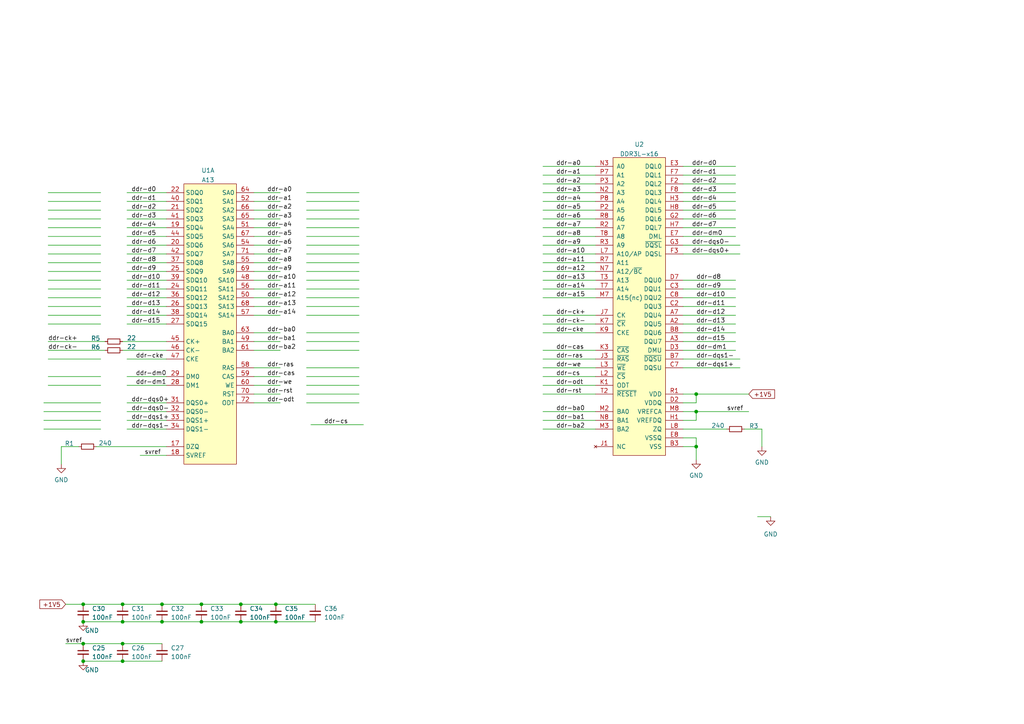
<source format=kicad_sch>
(kicad_sch (version 20210621) (generator eeschema)
  (paper "A4")
  (lib_symbols
    (symbol "Device:C_Small" (pin_numbers hide) (pin_names (offset 0.254) hide)
      (property "Reference" "C" (at 0.254 1.778 0))
      (property "Value" "C_Small" (at 0.254 -2.032 0))
      (symbol "C_Small_0_1"
        (polyline (pts (xy -1.524 -0.508) (xy 1.524 -0.508)) (stroke (width 0.3302)))
        (polyline (pts (xy -1.524 0.508) (xy 1.524 0.508)) (stroke (width 0.3048)))
      )
      (symbol "C_Small_1_1"
        (pin passive line (at 0 2.54 270) (length 2.032) (name "~") (number "1"))
        (pin passive line (at 0 -2.54 90) (length 2.032) (name "~") (number "2"))
      )
    )
    (symbol "Device:R_Small" (pin_numbers hide) (pin_names (offset 0.254) hide)
      (property "Reference" "R" (at 0.762 0.508 0))
      (property "Value" "R_Small" (at 0.762 -1.016 0))
      (symbol "R_Small_0_1"
        (rectangle (start -0.762 1.778) (end 0.762 -1.778) (stroke (width 0.2032)))
      )
      (symbol "R_Small_1_1"
        (pin passive line (at 0 2.54 270) (length 0.762) (name "~") (number "1"))
        (pin passive line (at 0 -2.54 90) (length 0.762) (name "~") (number "2"))
      )
    )
    (symbol "allwinner:A13"
      (property "Reference" "U" (at -1.27 6.35 0))
      (property "Value" "A13" (at 0 3.81 0))
      (symbol "A13_1_0"
        (pin passive line (at -12.7 -12.7 0) (length 5.08) (name "SDQ4") (number "19"))
        (pin passive line (at -12.7 -17.78 0) (length 5.08) (name "SDQ6") (number "20"))
        (pin passive line (at -12.7 -7.62 0) (length 5.08) (name "SDQ2") (number "21"))
        (pin passive line (at -12.7 -2.54 0) (length 5.08) (name "SDQ0") (number "22"))
        (pin passive line (at -12.7 -30.48 0) (length 5.08) (name "SDQ11") (number "24"))
        (pin passive line (at -12.7 -25.4 0) (length 5.08) (name "SDQ9") (number "25"))
        (pin passive line (at -12.7 -35.56 0) (length 5.08) (name "SDQ13") (number "26"))
        (pin passive line (at -12.7 -40.64 0) (length 5.08) (name "SDQ15") (number "27"))
        (pin passive line (at -12.7 -33.02 0) (length 5.08) (name "SDQ12") (number "36"))
        (pin passive line (at -12.7 -22.86 0) (length 5.08) (name "SDQ8") (number "37"))
        (pin passive line (at -12.7 -38.1 0) (length 5.08) (name "SDQ14") (number "38"))
        (pin passive line (at -12.7 -27.94 0) (length 5.08) (name "SDQ10") (number "39"))
        (pin passive line (at -12.7 -5.08 0) (length 5.08) (name "SDQ1") (number "40"))
        (pin passive line (at -12.7 -10.16 0) (length 5.08) (name "SDQ3") (number "41"))
        (pin passive line (at -12.7 -20.32 0) (length 5.08) (name "SDQ7") (number "42"))
        (pin passive line (at -12.7 -15.24 0) (length 5.08) (name "SDQ5") (number "44"))
        (pin passive line (at 12.7 -27.94 180) (length 5.08) (name "SA10") (number "48"))
        (pin passive line (at 12.7 -45.72 180) (length 5.08) (name "BA1") (number "49"))
        (pin passive line (at 12.7 -33.02 180) (length 5.08) (name "SA12") (number "50"))
        (pin passive line (at 12.7 -12.7 180) (length 5.08) (name "SA4") (number "51"))
        (pin passive line (at 12.7 -5.08 180) (length 5.08) (name "SA1") (number "52"))
        (pin passive line (at 12.7 -17.78 180) (length 5.08) (name "SA6") (number "54"))
        (pin passive line (at 12.7 -22.86 180) (length 5.08) (name "SA8") (number "55"))
        (pin passive line (at 12.7 -30.48 180) (length 5.08) (name "SA11") (number "56"))
        (pin passive line (at 12.7 -38.1 180) (length 5.08) (name "SA14") (number "57"))
        (pin passive line (at 12.7 -53.34 180) (length 5.08) (name "RAS") (number "58"))
        (pin passive line (at 12.7 -55.88 180) (length 5.08) (name "CAS") (number "59"))
        (pin passive line (at 12.7 -58.42 180) (length 5.08) (name "WE") (number "60"))
        (pin passive line (at 12.7 -48.26 180) (length 5.08) (name "BA2") (number "61"))
        (pin passive line (at 12.7 -43.18 180) (length 5.08) (name "BA0") (number "63"))
        (pin passive line (at 12.7 -2.54 180) (length 5.08) (name "SA0") (number "64"))
        (pin passive line (at 12.7 -10.16 180) (length 5.08) (name "SA3") (number "65"))
        (pin passive line (at 12.7 -7.62 180) (length 5.08) (name "SA2") (number "66"))
        (pin passive line (at 12.7 -15.24 180) (length 5.08) (name "SA5") (number "67"))
        (pin passive line (at 12.7 -35.56 180) (length 5.08) (name "SA13") (number "68"))
        (pin passive line (at 12.7 -25.4 180) (length 5.08) (name "SA9") (number "69"))
        (pin passive line (at 12.7 -60.96 180) (length 5.08) (name "RST") (number "70"))
        (pin passive line (at 12.7 -20.32 180) (length 5.08) (name "SA7") (number "71"))
        (pin passive line (at 12.7 -63.5 180) (length 5.08) (name "ODT") (number "72"))
      )
      (symbol "A13_1_1"
        (rectangle (start -7.62 0) (end 7.62 -81.28) (stroke (width 0.1524)) (fill (type background)))
        (pin passive line (at -12.7 -76.2 0) (length 5.08) (name "DZQ") (number "17"))
        (pin passive line (at -12.7 -78.74 0) (length 5.08) (name "SVREF") (number "18"))
        (pin passive line (at -12.7 -58.42 0) (length 5.08) (name "DM1") (number "28"))
        (pin passive line (at -12.7 -55.88 0) (length 5.08) (name "DM0") (number "29"))
        (pin passive line (at -12.7 -63.5 0) (length 5.08) (name "DQS0+") (number "31"))
        (pin passive line (at -12.7 -66.04 0) (length 5.08) (name "DQS0-") (number "32"))
        (pin passive line (at -12.7 -68.58 0) (length 5.08) (name "DQS1+") (number "33"))
        (pin passive line (at -12.7 -71.12 0) (length 5.08) (name "DQS1-") (number "34"))
        (pin passive line (at -12.7 -45.72 0) (length 5.08) (name "CK+") (number "45"))
        (pin passive line (at -12.7 -48.26 0) (length 5.08) (name "CK-") (number "46"))
        (pin passive line (at -12.7 -50.8 0) (length 5.08) (name "CKE") (number "47"))
      )
      (symbol "A13_2_0"
        (pin passive line (at -8.89 -13.97 0) (length 5.08) (name "PB10") (number "10"))
        (pin passive line (at -8.89 -1.27 0) (length 5.08) (name "PB0") (number "101"))
        (pin passive line (at -8.89 -3.81 0) (length 5.08) (name "PB1") (number "102"))
        (pin passive line (at -8.89 -6.35 0) (length 5.08) (name "PB2") (number "103"))
        (pin passive line (at -8.89 -11.43 0) (length 5.08) (name "PB4") (number "104"))
        (pin passive line (at -8.89 -16.51 0) (length 5.08) (name "PB15") (number "105"))
        (pin passive line (at -8.89 -19.05 0) (length 5.08) (name "PB16") (number "106"))
        (pin passive line (at -8.89 -8.89 0) (length 5.08) (name "PB3") (number "150"))
        (pin passive line (at -8.89 -24.13 0) (length 5.08) (name "PB18") (number "160"))
        (pin passive line (at -8.89 -21.59 0) (length 5.08) (name "PB17") (number "161"))
      )
      (symbol "A13_2_1"
        (rectangle (start -3.81 1.27) (end 2.54 -26.67) (stroke (width 0.1524)) (fill (type background)))
      )
      (symbol "A13_3_0"
        (pin passive line (at -8.89 -13.97 0) (length 5.08) (name "PC5") (number "1"))
        (pin passive line (at -8.89 -41.91 0) (length 5.08) (name "PC19") (number "162"))
        (pin passive line (at -8.89 -39.37 0) (length 5.08) (name "PC15") (number "165"))
        (pin passive line (at -8.89 -36.83 0) (length 5.08) (name "PC14") (number "166"))
        (pin passive line (at -8.89 -34.29 0) (length 5.08) (name "PC13") (number "167"))
        (pin passive line (at -8.89 -31.75 0) (length 5.08) (name "PC12") (number "168"))
        (pin passive line (at -8.89 -29.21 0) (length 5.08) (name "PC11") (number "170"))
        (pin passive line (at -8.89 -26.67 0) (length 5.08) (name "PC10") (number "171"))
        (pin passive line (at -8.89 -24.13 0) (length 5.08) (name "PC9") (number "172"))
        (pin passive line (at -8.89 -21.59 0) (length 5.08) (name "PC8") (number "174"))
        (pin passive line (at -8.89 -19.05 0) (length 5.08) (name "PC7") (number "175"))
        (pin passive line (at -8.89 -16.51 0) (length 5.08) (name "PC6") (number "176"))
        (pin passive line (at -8.89 -11.43 0) (length 5.08) (name "PC4") (number "2"))
        (pin passive line (at -8.89 -8.89 0) (length 5.08) (name "PC3") (number "3"))
        (pin passive line (at -8.89 -6.35 0) (length 5.08) (name "PC2") (number "6"))
        (pin passive line (at -8.89 -3.81 0) (length 5.08) (name "PC1") (number "7"))
        (pin passive line (at -8.89 -1.27 0) (length 5.08) (name "PC0") (number "8"))
      )
      (symbol "A13_3_1"
        (rectangle (start -3.81 1.27) (end 3.81 -44.45) (stroke (width 0.1524)) (fill (type background)))
      )
      (symbol "A13_4_0"
        (pin passive line (at -8.89 -71.12 0) (length 5.08) (name "PD27") (number "126"))
        (pin passive line (at -8.89 -68.58 0) (length 5.08) (name "PD26") (number "127"))
        (pin passive line (at -8.89 -66.04 0) (length 5.08) (name "PD25") (number "128"))
        (pin passive line (at -8.89 -63.5 0) (length 5.08) (name "PD24") (number "129"))
        (pin passive line (at -8.89 -60.96 0) (length 5.08) (name "PD23") (number "130"))
        (pin passive line (at -8.89 -58.42 0) (length 5.08) (name "PD22") (number "131"))
        (pin passive line (at -8.89 -55.88 0) (length 5.08) (name "PD21") (number "132"))
        (pin passive line (at -8.89 -53.34 0) (length 5.08) (name "PD20") (number "133"))
        (pin passive line (at -8.89 -50.8 0) (length 5.08) (name "PD19") (number "134"))
        (pin passive line (at -8.89 -48.26 0) (length 5.08) (name "PD18") (number "135"))
        (pin passive line (at -8.89 -40.64 0) (length 5.08) (name "PD15") (number "136"))
        (pin passive line (at -8.89 -38.1 0) (length 5.08) (name "PD14") (number "137"))
        (pin passive line (at -8.89 -35.56 0) (length 5.08) (name "PD13") (number "138"))
        (pin passive line (at -8.89 -33.02 0) (length 5.08) (name "PD12") (number "139"))
        (pin passive line (at -8.89 -30.48 0) (length 5.08) (name "PD11") (number "140"))
        (pin passive line (at -8.89 -27.94 0) (length 5.08) (name "PD10") (number "141"))
        (pin passive line (at -8.89 -20.32 0) (length 5.08) (name "PD7") (number "143"))
        (pin passive line (at -8.89 -17.78 0) (length 5.08) (name "PD6") (number "144"))
        (pin passive line (at -8.89 -15.24 0) (length 5.08) (name "PD5") (number "145"))
        (pin passive line (at -8.89 -12.7 0) (length 5.08) (name "PD4") (number "146"))
        (pin passive line (at -8.89 -10.16 0) (length 5.08) (name "PD3") (number "147"))
        (pin passive line (at -8.89 -7.62 0) (length 5.08) (name "PD2") (number "148"))
      )
      (symbol "A13_4_1"
        (rectangle (start -3.81 0) (end 3.81 -73.66) (stroke (width 0.1524)) (fill (type background)))
      )
      (symbol "A13_5_0"
        (pin passive line (at -8.89 -2.54 0) (length 5.08) (name "PE0") (number "114"))
        (pin passive line (at -8.89 -5.08 0) (length 5.08) (name "PE1") (number "115"))
        (pin passive line (at -8.89 -7.62 0) (length 5.08) (name "PE2") (number "116"))
        (pin passive line (at -8.89 -10.16 0) (length 5.08) (name "PE3") (number "117"))
        (pin passive line (at -8.89 -12.7 0) (length 5.08) (name "PE4") (number "118"))
        (pin passive line (at -8.89 -15.24 0) (length 5.08) (name "PE5") (number "119"))
        (pin passive line (at -8.89 -17.78 0) (length 5.08) (name "PE6") (number "120"))
        (pin passive line (at -8.89 -20.32 0) (length 5.08) (name "PE7") (number "121"))
        (pin passive line (at -8.89 -22.86 0) (length 5.08) (name "PE8") (number "122"))
        (pin passive line (at -8.89 -25.4 0) (length 5.08) (name "PE9") (number "123"))
        (pin passive line (at -8.89 -27.94 0) (length 5.08) (name "PE10") (number "124"))
        (pin passive line (at -8.89 -30.48 0) (length 5.08) (name "PE11") (number "125"))
      )
      (symbol "A13_5_1"
        (rectangle (start -3.81 0) (end 3.81 -33.02) (stroke (width 0.1524)) (fill (type background)))
      )
      (symbol "A13_6_0"
        (pin passive line (at -7.62 -2.54 0) (length 5.08) (name "PF0") (number "107"))
        (pin passive line (at -7.62 -5.08 0) (length 5.08) (name "PF1") (number "108"))
        (pin passive line (at -7.62 -7.62 0) (length 5.08) (name "PF2") (number "110"))
        (pin passive line (at -7.62 -10.16 0) (length 5.08) (name "PF3") (number "111"))
        (pin passive line (at -7.62 -12.7 0) (length 5.08) (name "PF4") (number "112"))
        (pin passive line (at -7.62 -15.24 0) (length 5.08) (name "PF5") (number "113"))
      )
      (symbol "A13_6_1"
        (rectangle (start -2.54 0) (end 3.81 -17.78) (stroke (width 0.1524)) (fill (type background)))
      )
      (symbol "A13_7_0"
        (pin passive line (at -8.89 -25.4 0) (length 5.08) (name "PG9") (number "12"))
        (pin passive line (at -8.89 -27.94 0) (length 5.08) (name "PG10") (number "13"))
        (pin passive line (at -8.89 -30.48 0) (length 5.08) (name "PG11") (number "14"))
        (pin passive line (at -8.89 -12.7 0) (length 5.08) (name "PG4") (number "151"))
        (pin passive line (at -8.89 -10.16 0) (length 5.08) (name "PG3") (number "152"))
        (pin passive line (at -8.89 -7.62 0) (length 5.08) (name "PG2") (number "153"))
        (pin passive line (at -8.89 -5.08 0) (length 5.08) (name "PG1") (number "154"))
        (pin passive line (at -8.89 -2.54 0) (length 5.08) (name "PG0") (number "155"))
      )
      (symbol "A13_7_1"
        (rectangle (start -3.81 0) (end 3.81 -35.56) (stroke (width 0.1524)) (fill (type background)))
        (pin passive line (at -8.89 -33.02 0) (length 5.08) (name "PG12") (number "15"))
      )
      (symbol "A13_8_0"
        (pin passive line (at -11.43 -96.52 0) (length 5.08) (name "GND") (number "177"))
        (pin passive line (at -11.43 -10.16 0) (length 5.08) (name "HPOUTL") (number "74"))
        (pin passive line (at -11.43 -12.7 0) (length 5.08) (name "HPBP") (number "75"))
        (pin passive line (at -11.43 -15.24 0) (length 5.08) (name "HPCOM") (number "77"))
        (pin passive line (at -11.43 -17.78 0) (length 5.08) (name "HPOUTR") (number "78"))
        (pin passive line (at -11.43 -20.32 0) (length 5.08) (name "MICIN1") (number "84"))
        (pin passive line (at -11.43 -22.86 0) (length 5.08) (name "LRADC") (number "86"))
        (pin passive line (at -11.43 -38.1 0) (length 5.08) (name "TPX2") (number "87"))
        (pin passive line (at -11.43 -40.64 0) (length 5.08) (name "TPY2") (number "88"))
        (pin passive line (at -11.43 -43.18 0) (length 5.08) (name "TPX1") (number "89"))
        (pin passive line (at -11.43 -45.72 0) (length 5.08) (name "TPY1") (number "90"))
        (pin passive line (at -11.43 -50.8 0) (length 5.08) (name "UDM0") (number "93"))
        (pin passive line (at -11.43 -53.34 0) (length 5.08) (name "UDP0") (number "94"))
        (pin passive line (at -11.43 -55.88 0) (length 5.08) (name "UDM1") (number "95"))
        (pin passive line (at -11.43 -58.42 0) (length 5.08) (name "UDP1") (number "96"))
        (pin no_connect line (at -11.43 -83.82 0) (length 5.08) (name "NC") (number "99"))
      )
      (symbol "A13_8_1"
        (rectangle (start -6.35 0) (end 5.08 -99.06) (stroke (width 0.1524)) (fill (type background)))
        (pin passive line (at -11.43 -86.36 0) (length 5.08) hide (name "IOVCC") (number "100"))
        (pin passive line (at -11.43 -91.44 0) (length 5.08) hide (name "VDD_INT") (number "109"))
        (pin passive line (at -11.43 -88.9 0) (length 5.08) hide (name "VDD_CPU") (number "11"))
        (pin passive line (at -11.43 -86.36 0) (length 5.08) hide (name "IOVCC") (number "142"))
        (pin passive line (at -11.43 -91.44 0) (length 5.08) hide (name "VDD_INT") (number "149"))
        (pin passive line (at -11.43 -88.9 0) (length 5.08) hide (name "VDD_CPU") (number "156"))
        (pin passive line (at -11.43 -76.2 0) (length 5.08) (name "UBOOT") (number "157"))
        (pin passive line (at -11.43 -73.66 0) (length 5.08) (name "NMI_N") (number "158"))
        (pin passive line (at -11.43 -71.12 0) (length 5.08) (name "RESET_N") (number "159"))
        (pin passive line (at -11.43 -88.9 0) (length 5.08) hide (name "VDD_CPU") (number "16"))
        (pin passive line (at -11.43 -86.36 0) (length 5.08) hide (name "IOVCC") (number "163"))
        (pin passive line (at -11.43 -88.9 0) (length 5.08) hide (name "VDD_CPU") (number "164"))
        (pin passive line (at -11.43 -88.9 0) (length 5.08) (name "VDD_CPU") (number "169"))
        (pin passive line (at -11.43 -88.9 0) (length 5.08) hide (name "VDD_CPU") (number "173"))
        (pin passive line (at -11.43 -93.98 0) (length 5.08) (name "VCC_DRAM") (number "23"))
        (pin passive line (at -11.43 -93.98 0) (length 5.08) hide (name "VCC_DRAM") (number "30"))
        (pin passive line (at -11.43 -91.44 0) (length 5.08) (name "VDD_INT") (number "35"))
        (pin passive line (at -11.43 -88.9 0) (length 5.08) hide (name "VDD_CPU") (number "4"))
        (pin passive line (at -11.43 -93.98 0) (length 5.08) hide (name "VCC_DRAM") (number "43"))
        (pin passive line (at -11.43 -86.36 0) (length 5.08) (name "IOVCC") (number "5"))
        (pin passive line (at -11.43 -93.98 0) (length 5.08) hide (name "VCC_DRAM") (number "53"))
        (pin passive line (at -11.43 -93.98 0) (length 5.08) hide (name "VCC_DRAM") (number "62"))
        (pin passive line (at -11.43 -91.44 0) (length 5.08) hide (name "VDD_INT") (number "73"))
        (pin passive line (at -11.43 -5.08 0) (length 5.08) (name "V33_HP") (number "76"))
        (pin passive line (at -11.43 -33.02 0) (length 5.08) (name "AGND") (number "79"))
        (pin passive line (at -11.43 -25.4 0) (length 5.08) (name "VRP") (number "80"))
        (pin passive line (at -11.43 -7.62 0) (length 5.08) (name "AVCC") (number "81"))
        (pin passive line (at -11.43 -30.48 0) (length 5.08) (name "VRA2") (number "82"))
        (pin passive line (at -11.43 -27.94 0) (length 5.08) (name "VRA1") (number "83"))
        (pin passive line (at -11.43 -2.54 0) (length 5.08) (name "VMIC") (number "85"))
        (pin passive line (at -11.43 -88.9 0) (length 5.08) hide (name "VDD_CPU") (number "9"))
        (pin passive line (at -11.43 -66.04 0) (length 5.08) (name "X24MOUT") (number "91"))
        (pin passive line (at -11.43 -63.5 0) (length 5.08) (name "X24MIN") (number "92"))
        (pin passive line (at -11.43 -81.28 0) (length 5.08) (name "UVCC") (number "97"))
        (pin passive line (at -11.43 -91.44 0) (length 5.08) hide (name "VDD_INT") (number "98"))
      )
    )
    (symbol "power:GND" (power) (pin_names (offset 0))
      (property "Value" "GND" (at 0 -3.81 0))
      (symbol "GND_0_1"
        (polyline (pts (xy 0 0) (xy 0 -1.27) (xy 1.27 -1.27) (xy 0 -2.54) (xy -1.27 -1.27) (xy 0 -1.27)))
      )
      (symbol "GND_1_1"
        (pin power_in line (at 0 0 270) (length 0) hide (name "GND") (number "1"))
      )
    )
    (symbol "winbond:DDR3L-x16" (pin_names (offset 1.016))
      (property "Reference" "U" (at -8.89 50.8 0))
      (property "Value" "DDR3L-x16" (at 6.35 50.8 0))
      (symbol "DDR3L-x16_0_1"
        (rectangle (start -7.62 49.53) (end 7.62 -36.83) (fill (type background)))
      )
      (symbol "DDR3L-x16_1_1"
        (pin power_in line (at 12.7 -21.59 180) (length 5.08) hide (name "VDDQ") (number "A1"))
        (pin passive line (at 12.7 1.27 180) (length 5.08) (name "DQU5") (number "A2"))
        (pin passive line (at 12.7 -3.81 180) (length 5.08) (name "DQU7") (number "A3"))
        (pin passive line (at 12.7 3.81 180) (length 5.08) (name "DQU4") (number "A7"))
        (pin power_in line (at 12.7 -21.59 180) (length 5.08) hide (name "VDDQ") (number "A8"))
        (pin power_in line (at 12.7 -34.29 180) (length 5.08) hide (name "VSS") (number "A9"))
        (pin power_in line (at 12.7 -31.75 180) (length 5.08) hide (name "VSSQ") (number "B1"))
        (pin power_in line (at 12.7 -19.05 180) (length 5.08) hide (name "VDD") (number "B2"))
        (pin power_in line (at 12.7 -34.29 180) (length 5.08) (name "VSS") (number "B3"))
        (pin passive line (at 12.7 -8.89 180) (length 5.08) (name "~{DQSU}") (number "B7"))
        (pin passive line (at 12.7 -1.27 180) (length 5.08) (name "DQU6") (number "B8"))
        (pin power_in line (at 12.7 -31.75 180) (length 5.08) hide (name "VSSQ") (number "B9"))
        (pin power_in line (at 12.7 -21.59 180) (length 5.08) hide (name "VDDQ") (number "C1"))
        (pin passive line (at 12.7 6.35 180) (length 5.08) (name "DQU3") (number "C2"))
        (pin passive line (at 12.7 11.43 180) (length 5.08) (name "DQU1") (number "C3"))
        (pin passive line (at 12.7 -11.43 180) (length 5.08) (name "DQSU") (number "C7"))
        (pin passive line (at 12.7 8.89 180) (length 5.08) (name "DQU2") (number "C8"))
        (pin power_in line (at 12.7 -21.59 180) (length 5.08) hide (name "VDDQ") (number "C9"))
        (pin power_in line (at 12.7 -31.75 180) (length 5.08) hide (name "VSSQ") (number "D1"))
        (pin power_in line (at 12.7 -21.59 180) (length 5.08) (name "VDDQ") (number "D2"))
        (pin passive line (at 12.7 -6.35 180) (length 5.08) (name "DMU") (number "D3"))
        (pin passive line (at 12.7 13.97 180) (length 5.08) (name "DQU0") (number "D7"))
        (pin power_in line (at 12.7 -31.75 180) (length 5.08) hide (name "VSSQ") (number "D8"))
        (pin power_in line (at 12.7 -19.05 180) (length 5.08) hide (name "VDD") (number "D9"))
        (pin power_in line (at 12.7 -34.29 180) (length 5.08) hide (name "VSS") (number "E1"))
        (pin power_in line (at 12.7 -31.75 180) (length 5.08) hide (name "VSSQ") (number "E2"))
        (pin passive line (at 12.7 46.99 180) (length 5.08) (name "DQL0") (number "E3"))
        (pin passive line (at 12.7 26.67 180) (length 5.08) (name "DML") (number "E7"))
        (pin power_in line (at 12.7 -31.75 180) (length 5.08) (name "VSSQ") (number "E8"))
        (pin power_in line (at 12.7 -21.59 180) (length 5.08) hide (name "VDDQ") (number "E9"))
        (pin power_in line (at 12.7 -21.59 180) (length 5.08) hide (name "VDDQ") (number "F1"))
        (pin passive line (at 12.7 41.91 180) (length 5.08) (name "DQL2") (number "F2"))
        (pin passive line (at 12.7 21.59 180) (length 5.08) (name "DQSL") (number "F3"))
        (pin passive line (at 12.7 44.45 180) (length 5.08) (name "DQL1") (number "F7"))
        (pin passive line (at 12.7 39.37 180) (length 5.08) (name "DQL3") (number "F8"))
        (pin power_in line (at 12.7 -31.75 180) (length 5.08) hide (name "VSSQ") (number "F9"))
        (pin power_in line (at 12.7 -31.75 180) (length 5.08) hide (name "VSSQ") (number "G1"))
        (pin passive line (at 12.7 31.75 180) (length 5.08) (name "DQL6") (number "G2"))
        (pin passive line (at 12.7 24.13 180) (length 5.08) (name "~{DQSL}") (number "G3"))
        (pin power_in line (at 12.7 -19.05 180) (length 5.08) hide (name "VDD") (number "G7"))
        (pin power_in line (at 12.7 -34.29 180) (length 5.08) hide (name "VSS") (number "G8"))
        (pin power_in line (at 12.7 -31.75 180) (length 5.08) hide (name "VSSQ") (number "G9"))
        (pin power_in line (at 12.7 -26.67 180) (length 5.08) (name "VREFDQ") (number "H1"))
        (pin power_in line (at 12.7 -21.59 180) (length 5.08) hide (name "VDDQ") (number "H2"))
        (pin passive line (at 12.7 36.83 180) (length 5.08) (name "DQL4") (number "H3"))
        (pin passive line (at 12.7 29.21 180) (length 5.08) (name "DQL7") (number "H7"))
        (pin passive line (at 12.7 34.29 180) (length 5.08) (name "DQL5") (number "H8"))
        (pin power_in line (at 12.7 -21.59 180) (length 5.08) hide (name "VDDQ") (number "H9"))
        (pin no_connect line (at -12.7 -34.29 0) (length 5.08) (name "NC") (number "J1"))
        (pin power_in line (at 12.7 -34.29 180) (length 5.08) hide (name "VSS") (number "J2"))
        (pin passive line (at -12.7 -8.89 0) (length 5.08) (name "~{RAS}") (number "J3"))
        (pin passive line (at -12.7 3.81 0) (length 5.08) (name "CK") (number "J7"))
        (pin power_in line (at 12.7 -34.29 180) (length 5.08) hide (name "VSS") (number "J8"))
        (pin no_connect line (at -12.7 -34.29 0) (length 5.08) hide (name "NC") (number "J9"))
        (pin passive line (at -12.7 -16.51 0) (length 5.08) (name "ODT") (number "K1"))
        (pin power_in line (at 12.7 -19.05 180) (length 5.08) hide (name "VDD") (number "K2"))
        (pin passive line (at -12.7 -6.35 0) (length 5.08) (name "~{CAS}") (number "K3"))
        (pin passive line (at -12.7 1.27 0) (length 5.08) (name "~{CK}") (number "K7"))
        (pin power_in line (at 12.7 -19.05 180) (length 5.08) hide (name "VDD") (number "K8"))
        (pin passive line (at -12.7 -1.27 0) (length 5.08) (name "CKE") (number "K9"))
        (pin no_connect line (at -12.7 -34.29 0) (length 5.08) hide (name "NC") (number "L1"))
        (pin passive line (at -12.7 -13.97 0) (length 5.08) (name "~{CS}") (number "L2"))
        (pin passive line (at -12.7 -11.43 0) (length 5.08) (name "~{WE}") (number "L3"))
        (pin passive line (at -12.7 21.59 0) (length 5.08) (name "A10/AP") (number "L7"))
        (pin passive line (at 12.7 -29.21 180) (length 5.08) (name "ZQ") (number "L8"))
        (pin no_connect line (at -12.7 -34.29 0) (length 5.08) hide (name "NC") (number "L9"))
        (pin power_in line (at 12.7 -34.29 180) (length 5.08) hide (name "VSS") (number "M1"))
        (pin passive line (at -12.7 -24.13 0) (length 5.08) (name "BA0") (number "M2"))
        (pin passive line (at -12.7 -29.21 0) (length 5.08) (name "BA2") (number "M3"))
        (pin passive line (at -12.7 8.89 0) (length 5.08) (name "A15(nc)") (number "M7"))
        (pin power_in line (at 12.7 -24.13 180) (length 5.08) (name "VREFCA") (number "M8"))
        (pin power_in line (at 12.7 -34.29 180) (length 5.08) hide (name "VSS") (number "M9"))
        (pin power_in line (at 12.7 -19.05 180) (length 5.08) hide (name "VDD") (number "N1"))
        (pin passive line (at -12.7 39.37 0) (length 5.08) (name "A3") (number "N2"))
        (pin passive line (at -12.7 46.99 0) (length 5.08) (name "A0") (number "N3"))
        (pin passive line (at -12.7 16.51 0) (length 5.08) (name "A12/~{BC}") (number "N7"))
        (pin passive line (at -12.7 -26.67 0) (length 5.08) (name "BA1") (number "N8"))
        (pin power_in line (at 12.7 -19.05 180) (length 5.08) hide (name "VDD") (number "N9"))
        (pin power_in line (at 12.7 -34.29 180) (length 5.08) hide (name "VSS") (number "P1"))
        (pin passive line (at -12.7 34.29 0) (length 5.08) (name "A5") (number "P2"))
        (pin passive line (at -12.7 41.91 0) (length 5.08) (name "A2") (number "P3"))
        (pin passive line (at -12.7 44.45 0) (length 5.08) (name "A1") (number "P7"))
        (pin passive line (at -12.7 36.83 0) (length 5.08) (name "A4") (number "P8"))
        (pin power_in line (at 12.7 -34.29 180) (length 5.08) hide (name "VSS") (number "P9"))
        (pin power_in line (at 12.7 -19.05 180) (length 5.08) (name "VDD") (number "R1"))
        (pin passive line (at -12.7 29.21 0) (length 5.08) (name "A7") (number "R2"))
        (pin power_in line (at -12.7 24.13 0) (length 5.08) (name "A9") (number "R3"))
        (pin power_in line (at -12.7 19.05 0) (length 5.08) (name "A11") (number "R7"))
        (pin power_in line (at -12.7 31.75 0) (length 5.08) (name "A6") (number "R8"))
        (pin power_in line (at 12.7 -19.05 180) (length 5.08) hide (name "VDD") (number "R9"))
        (pin power_in line (at 12.7 -34.29 180) (length 5.08) hide (name "VSS") (number "T1"))
        (pin power_in line (at -12.7 -19.05 0) (length 5.08) (name "~{RESET}") (number "T2"))
        (pin power_in line (at -12.7 13.97 0) (length 5.08) (name "A13") (number "T3"))
        (pin power_in line (at -12.7 11.43 0) (length 5.08) (name "A14") (number "T7"))
        (pin power_in line (at -12.7 26.67 0) (length 5.08) (name "A8") (number "T8"))
        (pin power_in line (at 12.7 -34.29 180) (length 5.08) hide (name "VSS") (number "T9"))
      )
    )
  )
  (junction (at 58.42 180.34) (diameter 0.9144))
  (junction (at 46.99 180.34) (diameter 0.9144))
  (junction (at 201.93 114.3))
  (junction (at 35.56 186.69) (diameter 0.9144))
  (junction (at 58.42 175.26) (diameter 0.9144))
  (junction (at 69.85 180.34) (diameter 0.9144))
  (junction (at 35.56 175.26) (diameter 0.9144))
  (junction (at 80.01 180.34) (diameter 0.9144))
  (junction (at 24.13 191.77) (diameter 0.9144))
  (junction (at 201.93 129.54))
  (junction (at 24.13 175.26) (diameter 0.9144))
  (junction (at 24.13 180.34) (diameter 0.9144))
  (junction (at 35.56 180.34) (diameter 0.9144))
  (junction (at 201.93 119.38))
  (junction (at 46.99 175.26) (diameter 0.9144))
  (junction (at 24.13 186.69) (diameter 0.9144))
  (junction (at 35.56 191.77) (diameter 0.9144))
  (junction (at 69.85 175.26) (diameter 0.9144))
  (junction (at 80.01 175.26) (diameter 0.9144))
  (wire (pts (xy 13.97 93.98) (xy 29.21 93.98)))
  (wire (pts (xy 157.48 124.46) (xy 172.72 124.46)))
  (wire (pts (xy 157.48 121.92) (xy 172.72 121.92)))
  (wire (pts (xy 198.12 48.26) (xy 213.36 48.26)))
  (wire (pts (xy 36.83 121.92) (xy 48.26 121.92)))
  (wire (pts (xy 73.66 76.2) (xy 81.28 76.2)))
  (wire (pts (xy 35.56 99.06) (xy 48.26 99.06)))
  (wire (pts (xy 157.48 111.76) (xy 172.72 111.76)))
  (wire (pts (xy 36.83 60.96) (xy 48.26 60.96)))
  (wire (pts (xy 88.9 81.28) (xy 104.14 81.28)))
  (wire (pts (xy 198.12 116.84) (xy 201.93 116.84)))
  (wire (pts (xy 201.93 116.84) (xy 201.93 114.3)))
  (wire (pts (xy 88.9 101.6) (xy 104.14 101.6)))
  (wire (pts (xy 198.12 93.98) (xy 213.36 93.98)))
  (wire (pts (xy 69.85 180.34) (xy 80.01 180.34)))
  (wire (pts (xy 80.01 180.34) (xy 91.44 180.34)))
  (wire (pts (xy 88.9 71.12) (xy 104.14 71.12)))
  (wire (pts (xy 73.66 91.44) (xy 81.28 91.44)))
  (wire (pts (xy 157.48 109.22) (xy 172.72 109.22)))
  (wire (pts (xy 13.97 111.76) (xy 29.21 111.76)))
  (wire (pts (xy 36.83 58.42) (xy 48.26 58.42)))
  (wire (pts (xy 36.83 116.84) (xy 48.26 116.84)))
  (wire (pts (xy 88.9 111.76) (xy 104.14 111.76)))
  (wire (pts (xy 157.48 68.58) (xy 172.72 68.58)))
  (wire (pts (xy 13.97 55.88) (xy 29.21 55.88)))
  (wire (pts (xy 88.9 58.42) (xy 104.14 58.42)))
  (wire (pts (xy 198.12 68.58) (xy 213.36 68.58)))
  (wire (pts (xy 88.9 99.06) (xy 104.14 99.06)))
  (wire (pts (xy 157.48 73.66) (xy 172.72 73.66)))
  (wire (pts (xy 198.12 86.36) (xy 213.36 86.36)))
  (wire (pts (xy 13.97 73.66) (xy 29.21 73.66)))
  (wire (pts (xy 198.12 127) (xy 201.93 127)))
  (wire (pts (xy 201.93 127) (xy 201.93 129.54)))
  (wire (pts (xy 201.93 129.54) (xy 201.93 133.35)))
  (wire (pts (xy 73.66 83.82) (xy 81.28 83.82)))
  (wire (pts (xy 73.66 68.58) (xy 81.28 68.58)))
  (wire (pts (xy 36.83 55.88) (xy 48.26 55.88)))
  (wire (pts (xy 13.97 66.04) (xy 29.21 66.04)))
  (wire (pts (xy 88.9 68.58) (xy 104.14 68.58)))
  (wire (pts (xy 88.9 86.36) (xy 104.14 86.36)))
  (wire (pts (xy 36.83 111.76) (xy 48.26 111.76)))
  (wire (pts (xy 13.97 104.14) (xy 29.21 104.14)))
  (wire (pts (xy 157.48 119.38) (xy 172.72 119.38)))
  (wire (pts (xy 36.83 93.98) (xy 48.26 93.98)))
  (wire (pts (xy 219.71 149.86) (xy 223.52 149.86)))
  (wire (pts (xy 36.83 73.66) (xy 48.26 73.66)))
  (wire (pts (xy 157.48 48.26) (xy 172.72 48.26)))
  (wire (pts (xy 157.48 58.42) (xy 172.72 58.42)))
  (wire (pts (xy 88.9 60.96) (xy 104.14 60.96)))
  (wire (pts (xy 73.66 106.68) (xy 81.28 106.68)))
  (wire (pts (xy 13.97 60.96) (xy 29.21 60.96)))
  (wire (pts (xy 12.7 124.46) (xy 29.21 124.46)))
  (wire (pts (xy 36.83 66.04) (xy 48.26 66.04)))
  (wire (pts (xy 88.9 96.52) (xy 104.14 96.52)))
  (wire (pts (xy 220.98 124.46) (xy 220.98 129.54)))
  (wire (pts (xy 36.83 91.44) (xy 48.26 91.44)))
  (wire (pts (xy 13.97 78.74) (xy 29.21 78.74)))
  (wire (pts (xy 36.83 78.74) (xy 48.26 78.74)))
  (wire (pts (xy 36.83 88.9) (xy 48.26 88.9)))
  (wire (pts (xy 157.48 60.96) (xy 172.72 60.96)))
  (wire (pts (xy 13.97 99.06) (xy 30.48 99.06)))
  (wire (pts (xy 198.12 71.12) (xy 214.63 71.12)))
  (wire (pts (xy 88.9 76.2) (xy 104.14 76.2)))
  (wire (pts (xy 13.97 71.12) (xy 29.21 71.12)))
  (wire (pts (xy 157.48 96.52) (xy 172.72 96.52)))
  (wire (pts (xy 27.94 129.54) (xy 48.26 129.54)))
  (wire (pts (xy 198.12 60.96) (xy 213.36 60.96)))
  (wire (pts (xy 88.9 63.5) (xy 104.14 63.5)))
  (wire (pts (xy 13.97 88.9) (xy 29.21 88.9)))
  (wire (pts (xy 13.97 68.58) (xy 29.21 68.58)))
  (wire (pts (xy 157.48 50.8) (xy 172.72 50.8)))
  (wire (pts (xy 24.13 191.77) (xy 35.56 191.77)))
  (wire (pts (xy 35.56 191.77) (xy 46.99 191.77)))
  (wire (pts (xy 73.66 66.04) (xy 81.28 66.04)))
  (wire (pts (xy 157.48 66.04) (xy 172.72 66.04)))
  (wire (pts (xy 198.12 121.92) (xy 201.93 121.92)))
  (wire (pts (xy 201.93 121.92) (xy 201.93 119.38)))
  (wire (pts (xy 88.9 109.22) (xy 104.14 109.22)))
  (wire (pts (xy 73.66 78.74) (xy 81.28 78.74)))
  (wire (pts (xy 73.66 73.66) (xy 81.28 73.66)))
  (wire (pts (xy 198.12 106.68) (xy 214.63 106.68)))
  (wire (pts (xy 157.48 106.68) (xy 172.72 106.68)))
  (wire (pts (xy 73.66 63.5) (xy 81.28 63.5)))
  (wire (pts (xy 157.48 81.28) (xy 172.72 81.28)))
  (wire (pts (xy 198.12 53.34) (xy 213.36 53.34)))
  (wire (pts (xy 157.48 114.3) (xy 172.72 114.3)))
  (wire (pts (xy 157.48 78.74) (xy 172.72 78.74)))
  (wire (pts (xy 36.83 76.2) (xy 48.26 76.2)))
  (wire (pts (xy 215.9 124.46) (xy 220.98 124.46)))
  (wire (pts (xy 36.83 83.82) (xy 48.26 83.82)))
  (wire (pts (xy 73.66 109.22) (xy 81.28 109.22)))
  (wire (pts (xy 198.12 124.46) (xy 210.82 124.46)))
  (wire (pts (xy 88.9 91.44) (xy 104.14 91.44)))
  (wire (pts (xy 88.9 55.88) (xy 104.14 55.88)))
  (wire (pts (xy 73.66 71.12) (xy 81.28 71.12)))
  (wire (pts (xy 88.9 88.9) (xy 104.14 88.9)))
  (wire (pts (xy 13.97 101.6) (xy 30.48 101.6)))
  (wire (pts (xy 73.66 88.9) (xy 81.28 88.9)))
  (wire (pts (xy 35.56 101.6) (xy 48.26 101.6)))
  (wire (pts (xy 157.48 83.82) (xy 172.72 83.82)))
  (wire (pts (xy 73.66 81.28) (xy 81.28 81.28)))
  (wire (pts (xy 73.66 60.96) (xy 81.28 60.96)))
  (wire (pts (xy 36.83 104.14) (xy 48.26 104.14)))
  (wire (pts (xy 157.48 76.2) (xy 172.72 76.2)))
  (wire (pts (xy 157.48 71.12) (xy 172.72 71.12)))
  (wire (pts (xy 13.97 109.22) (xy 29.21 109.22)))
  (wire (pts (xy 198.12 91.44) (xy 213.36 91.44)))
  (wire (pts (xy 36.83 81.28) (xy 48.26 81.28)))
  (wire (pts (xy 198.12 50.8) (xy 213.36 50.8)))
  (wire (pts (xy 36.83 109.22) (xy 48.26 109.22)))
  (wire (pts (xy 198.12 101.6) (xy 213.36 101.6)))
  (wire (pts (xy 12.7 119.38) (xy 29.21 119.38)))
  (wire (pts (xy 157.48 101.6) (xy 172.72 101.6)))
  (wire (pts (xy 198.12 73.66) (xy 214.63 73.66)))
  (wire (pts (xy 157.48 104.14) (xy 172.72 104.14)))
  (wire (pts (xy 46.99 175.26) (xy 58.42 175.26)))
  (wire (pts (xy 24.13 175.26) (xy 35.56 175.26)))
  (wire (pts (xy 35.56 175.26) (xy 46.99 175.26)))
  (wire (pts (xy 19.05 175.26) (xy 24.13 175.26)))
  (wire (pts (xy 58.42 175.26) (xy 69.85 175.26)))
  (wire (pts (xy 13.97 81.28) (xy 29.21 81.28)))
  (wire (pts (xy 73.66 86.36) (xy 81.28 86.36)))
  (wire (pts (xy 157.48 93.98) (xy 172.72 93.98)))
  (wire (pts (xy 17.78 129.54) (xy 17.78 134.62)))
  (wire (pts (xy 22.86 129.54) (xy 17.78 129.54)))
  (wire (pts (xy 12.7 121.92) (xy 29.21 121.92)))
  (wire (pts (xy 73.66 99.06) (xy 81.28 99.06)))
  (wire (pts (xy 88.9 114.3) (xy 104.14 114.3)))
  (wire (pts (xy 13.97 83.82) (xy 29.21 83.82)))
  (wire (pts (xy 198.12 58.42) (xy 213.36 58.42)))
  (wire (pts (xy 157.48 91.44) (xy 172.72 91.44)))
  (wire (pts (xy 157.48 63.5) (xy 172.72 63.5)))
  (wire (pts (xy 157.48 86.36) (xy 172.72 86.36)))
  (wire (pts (xy 73.66 96.52) (xy 81.28 96.52)))
  (wire (pts (xy 198.12 104.14) (xy 214.63 104.14)))
  (wire (pts (xy 157.48 55.88) (xy 172.72 55.88)))
  (wire (pts (xy 198.12 83.82) (xy 213.36 83.82)))
  (wire (pts (xy 36.83 63.5) (xy 48.26 63.5)))
  (wire (pts (xy 198.12 66.04) (xy 213.36 66.04)))
  (wire (pts (xy 24.13 180.34) (xy 35.56 180.34)))
  (wire (pts (xy 35.56 180.34) (xy 46.99 180.34)))
  (wire (pts (xy 46.99 180.34) (xy 58.42 180.34)))
  (wire (pts (xy 58.42 180.34) (xy 69.85 180.34)))
  (wire (pts (xy 198.12 81.28) (xy 213.36 81.28)))
  (wire (pts (xy 13.97 63.5) (xy 29.21 63.5)))
  (wire (pts (xy 198.12 114.3) (xy 201.93 114.3)))
  (wire (pts (xy 201.93 114.3) (xy 217.17 114.3)))
  (wire (pts (xy 88.9 116.84) (xy 104.14 116.84)))
  (wire (pts (xy 198.12 55.88) (xy 213.36 55.88)))
  (wire (pts (xy 13.97 76.2) (xy 29.21 76.2)))
  (wire (pts (xy 73.66 111.76) (xy 81.28 111.76)))
  (wire (pts (xy 13.97 86.36) (xy 29.21 86.36)))
  (wire (pts (xy 88.9 106.68) (xy 104.14 106.68)))
  (wire (pts (xy 73.66 58.42) (xy 81.28 58.42)))
  (wire (pts (xy 157.48 53.34) (xy 172.72 53.34)))
  (wire (pts (xy 198.12 119.38) (xy 201.93 119.38)))
  (wire (pts (xy 201.93 119.38) (xy 217.17 119.38)))
  (wire (pts (xy 90.17 123.19) (xy 105.41 123.19)))
  (wire (pts (xy 198.12 63.5) (xy 213.36 63.5)))
  (wire (pts (xy 88.9 83.82) (xy 104.14 83.82)))
  (wire (pts (xy 73.66 101.6) (xy 81.28 101.6)))
  (wire (pts (xy 73.66 55.88) (xy 81.28 55.88)))
  (wire (pts (xy 80.01 175.26) (xy 91.44 175.26)))
  (wire (pts (xy 69.85 175.26) (xy 80.01 175.26)))
  (wire (pts (xy 73.66 114.3) (xy 81.28 114.3)))
  (wire (pts (xy 73.66 116.84) (xy 81.28 116.84)))
  (wire (pts (xy 12.7 116.84) (xy 29.21 116.84)))
  (wire (pts (xy 198.12 96.52) (xy 213.36 96.52)))
  (wire (pts (xy 88.9 73.66) (xy 104.14 73.66)))
  (wire (pts (xy 40.64 132.08) (xy 48.26 132.08)))
  (wire (pts (xy 36.83 68.58) (xy 48.26 68.58)))
  (wire (pts (xy 198.12 88.9) (xy 213.36 88.9)))
  (wire (pts (xy 36.83 119.38) (xy 48.26 119.38)))
  (wire (pts (xy 88.9 78.74) (xy 104.14 78.74)))
  (wire (pts (xy 13.97 58.42) (xy 29.21 58.42)))
  (wire (pts (xy 36.83 86.36) (xy 48.26 86.36)))
  (wire (pts (xy 36.83 124.46) (xy 48.26 124.46)))
  (wire (pts (xy 88.9 66.04) (xy 104.14 66.04)))
  (wire (pts (xy 198.12 129.54) (xy 201.93 129.54)))
  (wire (pts (xy 198.12 99.06) (xy 213.36 99.06)))
  (wire (pts (xy 13.97 91.44) (xy 29.21 91.44)))
  (wire (pts (xy 24.13 186.69) (xy 35.56 186.69)))
  (wire (pts (xy 35.56 186.69) (xy 46.99 186.69)))
  (wire (pts (xy 19.05 186.69) (xy 24.13 186.69)))
  (wire (pts (xy 36.83 71.12) (xy 48.26 71.12)))
  (label "ddr-a0" (at 161.29 48.26 0))
  (label "ddr-d11" (at 201.93 88.9 0))
  (label "ddr-a5" (at 77.47 68.58 0))
  (label "ddr-ras" (at 77.47 106.68 0))
  (label "ddr-ba1" (at 161.29 121.92 0))
  (label "ddr-d6" (at 200.66 63.5 0))
  (label "ddr-d8" (at 201.93 81.28 0))
  (label "ddr-a13" (at 161.29 81.28 0))
  (label "ddr-a10" (at 161.29 73.66 0))
  (label "ddr-cs" (at 93.98 123.19 0))
  (label "ddr-d8" (at 38.1 76.2 0))
  (label "ddr-ras" (at 161.29 104.14 0))
  (label "ddr-d4" (at 200.66 58.42 0))
  (label "ddr-dqs0+" (at 200.66 73.66 0))
  (label "ddr-a13" (at 77.47 88.9 0))
  (label "ddr-a2" (at 77.47 60.96 0))
  (label "ddr-a3" (at 77.47 63.5 0))
  (label "ddr-we" (at 161.29 106.68 0))
  (label "ddr-d0" (at 38.1 55.88 0))
  (label "ddr-cke" (at 39.37 104.14 0))
  (label "ddr-a12" (at 77.47 86.36 0))
  (label "ddr-odt" (at 77.47 116.84 0))
  (label "ddr-d10" (at 38.1 81.28 0))
  (label "ddr-d12" (at 38.1 86.36 0))
  (label "ddr-a11" (at 77.47 83.82 0))
  (label "ddr-ba2" (at 161.29 124.46 0))
  (label "ddr-a6" (at 77.47 71.12 0))
  (label "ddr-a1" (at 161.29 50.8 0))
  (label "ddr-d2" (at 38.1 60.96 0))
  (label "ddr-a14" (at 77.47 91.44 0))
  (label "ddr-d3" (at 38.1 63.5 0))
  (label "ddr-a11" (at 161.29 76.2 0))
  (label "ddr-dm0" (at 39.37 109.22 0))
  (label "ddr-a6" (at 161.29 63.5 0))
  (label "ddr-a2" (at 161.29 53.34 0))
  (label "ddr-d15" (at 38.1 93.98 0))
  (label "ddr-dqs1+" (at 38.1 121.92 0))
  (label "ddr-cs" (at 161.29 109.22 0))
  (label "ddr-a14" (at 161.29 83.82 0))
  (label "ddr-d13" (at 201.93 93.98 0))
  (label "ddr-ck-" (at 161.29 93.98 0))
  (label "ddr-d10" (at 201.93 86.36 0))
  (label "ddr-a15" (at 161.29 86.36 0))
  (label "ddr-dm0" (at 200.66 68.58 0))
  (label "ddr-cke" (at 161.29 96.52 0))
  (label "ddr-d2" (at 200.66 53.34 0))
  (label "svref" (at 19.05 186.69 0))
  (label "ddr-rst" (at 161.29 114.3 0))
  (label "ddr-dqs0+" (at 38.1 116.84 0))
  (label "ddr-d7" (at 38.1 73.66 0))
  (label "ddr-dqs1-" (at 38.1 124.46 0))
  (label "ddr-a12" (at 161.29 78.74 0))
  (label "ddr-d1" (at 200.66 50.8 0))
  (label "ddr-ba2" (at 77.47 101.6 0))
  (label "svref" (at 210.82 119.38 0))
  (label "ddr-a8" (at 161.29 68.58 0))
  (label "ddr-we" (at 77.47 111.76 0))
  (label "ddr-d6" (at 38.1 71.12 0))
  (label "ddr-cas" (at 77.47 109.22 0))
  (label "ddr-a1" (at 77.47 58.42 0))
  (label "ddr-a4" (at 161.29 58.42 0))
  (label "ddr-dm1" (at 201.93 101.6 0))
  (label "ddr-d4" (at 38.1 66.04 0))
  (label "ddr-d9" (at 38.1 78.74 0))
  (label "ddr-a8" (at 77.47 76.2 0))
  (label "ddr-a0" (at 77.47 55.88 0))
  (label "ddr-ck-" (at 13.97 101.6 0))
  (label "ddr-d5" (at 38.1 68.58 0))
  (label "svref" (at 41.91 132.08 0))
  (label "ddr-ck+" (at 161.29 91.44 0))
  (label "ddr-d13" (at 38.1 88.9 0))
  (label "ddr-dqs0-" (at 200.66 71.12 0))
  (label "ddr-rst" (at 77.47 114.3 0))
  (label "ddr-a7" (at 77.47 73.66 0))
  (label "ddr-d0" (at 200.66 48.26 0))
  (label "ddr-a4" (at 77.47 66.04 0))
  (label "ddr-d14" (at 201.93 96.52 0))
  (label "ddr-d7" (at 200.66 66.04 0))
  (label "ddr-a3" (at 161.29 55.88 0))
  (label "ddr-ba0" (at 161.29 119.38 0))
  (label "ddr-a9" (at 77.47 78.74 0))
  (label "ddr-d11" (at 38.1 83.82 0))
  (label "ddr-a9" (at 161.29 71.12 0))
  (label "ddr-a10" (at 77.47 81.28 0))
  (label "ddr-odt" (at 161.29 111.76 0))
  (label "ddr-dqs1+" (at 201.93 106.68 0))
  (label "ddr-d9" (at 201.93 83.82 0))
  (label "ddr-dqs1-" (at 201.93 104.14 0))
  (label "ddr-ba1" (at 77.47 99.06 0))
  (label "ddr-d12" (at 201.93 91.44 0))
  (label "ddr-ck+" (at 13.97 99.06 0))
  (label "ddr-ba0" (at 77.47 96.52 0))
  (label "ddr-a7" (at 161.29 66.04 0))
  (label "ddr-dm1" (at 39.37 111.76 0))
  (label "ddr-d14" (at 38.1 91.44 0))
  (label "ddr-dqs0-" (at 38.1 119.38 0))
  (label "ddr-d3" (at 200.66 55.88 0))
  (label "ddr-cas" (at 161.29 101.6 0))
  (label "ddr-a5" (at 161.29 60.96 0))
  (label "ddr-d15" (at 201.93 99.06 0))
  (label "ddr-d1" (at 38.1 58.42 0))
  (label "ddr-d5" (at 200.66 60.96 0))
  (global_label "+1V5" (shape input) (at 19.05 175.26 180) (property "Intersheet References" "${INTERSHEET_REFS}" (effects hide)))
  (global_label "+1V5" (shape input) (at 217.17 114.3 0) (property "Intersheet References" "${INTERSHEET_REFS}" (effects hide)))
  (symbol (lib_id "Device:C_Small") (at 24.13 177.8 0) (unit 1)
    (property "Reference" "C30" (at 26.67 176.5299 0) (effects (justify left)))
    (property "Value" "100nF" (at 26.67 179.0699 0) (effects (justify left)))
    (property "Footprint" "Capacitor_SMD:C_0402_1005Metric" (effects hide))
  )
  (symbol (lib_id "allwinner:A13") (at 60.96 53.34 0) (unit 1)
    (property "Reference" "U1" (at 60.325 49.4242 0))
    (property "Value" "A13" (at 60.325 52.1993 0))
    (property "Footprint" "allwinner:LQFP-176_20x20mm_P0.4mm" (effects hide))
  )
  (symbol (lib_id "Device:R_Small") (at 33.02 99.06 90) (unit 1)
    (property "Reference" "R5" (at 27.7473 98.1598 90))
    (property "Value" "22" (at 38.1439 98.0385 90))
    (property "Footprint" "Resistor_SMD:R_0402_1005Metric" (effects hide))
  )
  (symbol (lib_id "power:GND") (at 24.13 180.34 0) (unit 1)
    (property "Reference" "#PWR0118" (effects hide))
    (property "Value" "GND" (at 26.67 182.88 0))
  )
  (symbol (lib_id "Device:C_Small") (at 58.42 177.8 0) (unit 1)
    (property "Reference" "C33" (at 60.96 176.5299 0) (effects (justify left)))
    (property "Value" "100nF" (at 60.96 179.0699 0) (effects (justify left)))
    (property "Footprint" "Capacitor_SMD:C_0402_1005Metric" (effects hide))
  )
  (symbol (lib_id "Device:C_Small") (at 46.99 177.8 0) (unit 1)
    (property "Reference" "C32" (at 49.53 176.5299 0) (effects (justify left)))
    (property "Value" "100nF" (at 49.53 179.0699 0) (effects (justify left)))
    (property "Footprint" "Capacitor_SMD:C_0402_1005Metric" (effects hide))
  )
  (symbol (lib_id "Device:C_Small") (at 91.44 177.8 0) (unit 1)
    (property "Reference" "C36" (at 93.98 176.5299 0) (effects (justify left)))
    (property "Value" "100nF" (at 93.98 179.0699 0) (effects (justify left)))
    (property "Footprint" "Capacitor_SMD:C_0402_1005Metric" (effects hide))
  )
  (symbol (lib_id "power:GND") (at 24.13 191.77 0) (unit 1)
    (property "Reference" "#PWR0117" (effects hide))
    (property "Value" "GND" (at 26.67 194.31 0))
  )
  (symbol (lib_id "power:GND") (at 201.93 133.35 0) (unit 1)
    (property "Reference" "#PWR0107" (effects hide))
    (property "Value" "GND" (at 201.93 137.9126 0))
  )
  (symbol (lib_id "Device:C_Small") (at 35.56 189.23 0) (unit 1)
    (property "Reference" "C26" (at 38.1 187.9599 0) (effects (justify left)))
    (property "Value" "100nF" (at 38.1 190.4999 0) (effects (justify left)))
    (property "Footprint" "Capacitor_SMD:C_0402_1005Metric" (effects hide))
  )
  (symbol (lib_id "winbond:DDR3L-x16") (at 185.42 95.25 0) (unit 1)
    (property "Reference" "U2" (at 185.42 41.8804 0))
    (property "Value" "DDR3L-x16" (at 185.42 44.6555 0))
    (property "Footprint" "winbond:BGA-96_9x14mm_P0.8mm" (effects hide))
  )
  (symbol (lib_id "Device:R_Small") (at 25.4 129.54 90) (unit 1)
    (property "Reference" "R1" (at 20.1273 128.6398 90))
    (property "Value" "240" (at 30.5239 128.5185 90))
    (property "Footprint" "Resistor_SMD:R_0402_1005Metric" (effects hide))
  )
  (symbol (lib_id "Device:C_Small") (at 24.13 189.23 0) (unit 1)
    (property "Reference" "C25" (at 26.67 187.9599 0) (effects (justify left)))
    (property "Value" "100nF" (at 26.67 190.4999 0) (effects (justify left)))
    (property "Footprint" "Capacitor_SMD:C_0402_1005Metric" (effects hide))
  )
  (symbol (lib_id "power:GND") (at 220.98 129.54 0) (mirror y) (unit 1)
    (property "Reference" "#PWR0104" (effects hide))
    (property "Value" "GND" (at 220.98 134.1026 0))
  )
  (symbol (lib_id "Device:C_Small") (at 69.85 177.8 0) (unit 1)
    (property "Reference" "C34" (at 72.39 176.5299 0) (effects (justify left)))
    (property "Value" "100nF" (at 72.39 179.0699 0) (effects (justify left)))
    (property "Footprint" "Capacitor_SMD:C_0402_1005Metric" (effects hide))
  )
  (symbol (lib_id "Device:C_Small") (at 46.99 189.23 0) (unit 1)
    (property "Reference" "C27" (at 49.53 187.9599 0) (effects (justify left)))
    (property "Value" "100nF" (at 49.53 190.4999 0) (effects (justify left)))
    (property "Footprint" "Capacitor_SMD:C_0402_1005Metric" (effects hide))
  )
  (symbol (lib_id "Device:R_Small") (at 213.36 124.46 270) (mirror x) (unit 1)
    (property "Reference" "R3" (at 218.6327 123.5598 90))
    (property "Value" "240" (at 208.2361 123.4385 90))
    (property "Footprint" "Resistor_SMD:R_0402_1005Metric" (effects hide))
  )
  (symbol (lib_id "power:GND") (at 17.78 134.62 0) (unit 1)
    (property "Reference" "#PWR0106" (effects hide))
    (property "Value" "GND" (at 17.78 139.1826 0))
  )
  (symbol (lib_id "Device:R_Small") (at 33.02 101.6 90) (unit 1)
    (property "Reference" "R6" (at 27.7473 100.6998 90))
    (property "Value" "22" (at 38.1439 100.5785 90))
    (property "Footprint" "Resistor_SMD:R_0402_1005Metric" (effects hide))
  )
  (symbol (lib_id "power:GND") (at 223.52 149.86 0) (unit 1)
    (property "Reference" "#PWR0115" (effects hide))
    (property "Value" "GND" (at 223.52 154.94 0))
  )
  (symbol (lib_id "Device:C_Small") (at 35.56 177.8 0) (unit 1)
    (property "Reference" "C31" (at 38.1 176.5299 0) (effects (justify left)))
    (property "Value" "100nF" (at 38.1 179.0699 0) (effects (justify left)))
    (property "Footprint" "Capacitor_SMD:C_0402_1005Metric" (effects hide))
  )
  (symbol (lib_id "Device:C_Small") (at 80.01 177.8 0) (unit 1)
    (property "Reference" "C35" (at 82.55 176.5299 0) (effects (justify left)))
    (property "Value" "100nF" (at 82.55 179.0699 0) (effects (justify left)))
    (property "Footprint" "Capacitor_SMD:C_0402_1005Metric" (effects hide))
  )
)
</source>
